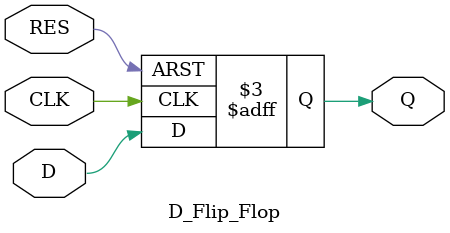
<source format=v>
`timescale 1ns / 1ps

module D_Flip_Flop(
    input D,
    input RES,
    input CLK,
    output reg Q
    );
    
    always @ (posedge CLK or negedge RES)
        if (!RES)
            Q <= 0;
        else
            Q <= D;
endmodule

</source>
